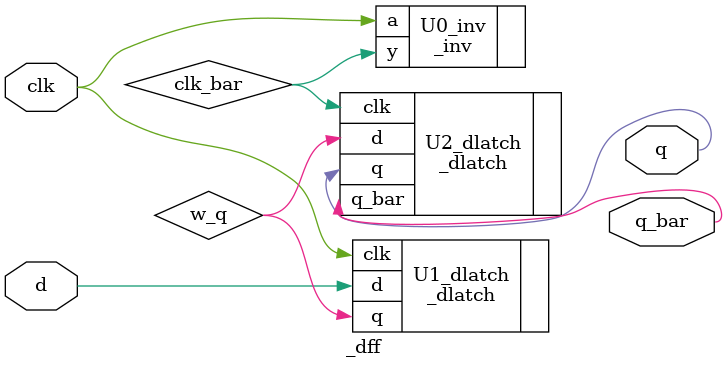
<source format=v>
module _dff(clk, d, q, q_bar);
	input clk, d;
	output q, q_bar;
	
	wire clk_bar, w_q;
	
	_inv U0_inv(.a(clk), .y(clk_bar));
	_dlatch U1_dlatch(.clk(clk), .d(d), .q(w_q));
	_dlatch U2_dlatch(.clk(clk_bar), .d(w_q), .q(q), .q_bar(q_bar));
endmodule

</source>
